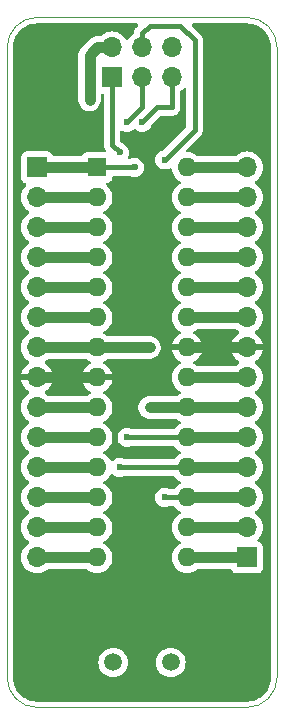
<source format=gbr>
%TF.GenerationSoftware,KiCad,Pcbnew,8.0.2*%
%TF.CreationDate,2024-05-09T17:00:38-05:00*%
%TF.ProjectId,atmega328-proto,61746d65-6761-4333-9238-2d70726f746f,A*%
%TF.SameCoordinates,Original*%
%TF.FileFunction,Copper,L2,Bot*%
%TF.FilePolarity,Positive*%
%FSLAX46Y46*%
G04 Gerber Fmt 4.6, Leading zero omitted, Abs format (unit mm)*
G04 Created by KiCad (PCBNEW 8.0.2) date 2024-05-09 17:00:38*
%MOMM*%
%LPD*%
G01*
G04 APERTURE LIST*
%TA.AperFunction,ComponentPad*%
%ADD10R,1.600000X1.600000*%
%TD*%
%TA.AperFunction,ComponentPad*%
%ADD11O,1.600000X1.600000*%
%TD*%
%TA.AperFunction,ComponentPad*%
%ADD12R,1.700000X1.700000*%
%TD*%
%TA.AperFunction,ComponentPad*%
%ADD13O,1.700000X1.700000*%
%TD*%
%TA.AperFunction,ComponentPad*%
%ADD14C,1.500000*%
%TD*%
%TA.AperFunction,ViaPad*%
%ADD15C,0.600000*%
%TD*%
%TA.AperFunction,Conductor*%
%ADD16C,0.889000*%
%TD*%
%TA.AperFunction,Conductor*%
%ADD17C,0.381000*%
%TD*%
%TA.AperFunction,Profile*%
%ADD18C,0.050000*%
%TD*%
G04 APERTURE END LIST*
D10*
%TO.P,U1,1,~{RESET}/PC6*%
%TO.N,RESET*%
X104140000Y-63500000D03*
D11*
%TO.P,U1,2,PD0*%
%TO.N,2*%
X104140000Y-66040000D03*
%TO.P,U1,3,PD1*%
%TO.N,3*%
X104140000Y-68580000D03*
%TO.P,U1,4,PD2*%
%TO.N,4*%
X104140000Y-71120000D03*
%TO.P,U1,5,PD3*%
%TO.N,5*%
X104140000Y-73660000D03*
%TO.P,U1,6,PD4*%
%TO.N,6*%
X104140000Y-76200000D03*
%TO.P,U1,7,VCC*%
%TO.N,VCC*%
X104140000Y-78740000D03*
%TO.P,U1,8,GND*%
%TO.N,GND*%
X104140000Y-81280000D03*
%TO.P,U1,9,XTAL1/PB6*%
%TO.N,9*%
X104140000Y-83820000D03*
%TO.P,U1,10,XTAL2/PB7*%
%TO.N,10*%
X104140000Y-86360000D03*
%TO.P,U1,11,PD5*%
%TO.N,11*%
X104140000Y-88900000D03*
%TO.P,U1,12,PD6*%
%TO.N,12*%
X104140000Y-91440000D03*
%TO.P,U1,13,PD7*%
%TO.N,13*%
X104140000Y-93980000D03*
%TO.P,U1,14,PB0*%
%TO.N,14*%
X104140000Y-96520000D03*
%TO.P,U1,15,PB1*%
%TO.N,15*%
X111760000Y-96520000D03*
%TO.P,U1,16,PB2*%
%TO.N,16*%
X111760000Y-93980000D03*
%TO.P,U1,17,PB3*%
%TO.N,MOSI*%
X111760000Y-91440000D03*
%TO.P,U1,18,PB4*%
%TO.N,MISO*%
X111760000Y-88900000D03*
%TO.P,U1,19,PB5*%
%TO.N,SCK*%
X111760000Y-86360000D03*
%TO.P,U1,20,AVCC*%
%TO.N,VCC*%
X111760000Y-83820000D03*
%TO.P,U1,21,AREF*%
%TO.N,21*%
X111760000Y-81280000D03*
%TO.P,U1,22,GND*%
%TO.N,GND*%
X111760000Y-78740000D03*
%TO.P,U1,23,PC0*%
%TO.N,23*%
X111760000Y-76200000D03*
%TO.P,U1,24,PC1*%
%TO.N,24*%
X111760000Y-73660000D03*
%TO.P,U1,25,PC2*%
%TO.N,25*%
X111760000Y-71120000D03*
%TO.P,U1,26,PC3*%
%TO.N,26*%
X111760000Y-68580000D03*
%TO.P,U1,27,PC4*%
%TO.N,27*%
X111760000Y-66040000D03*
%TO.P,U1,28,PC5*%
%TO.N,28*%
X111760000Y-63500000D03*
%TD*%
D12*
%TO.P,J1,1,Pin_1*%
%TO.N,RESET*%
X99060000Y-63500000D03*
D13*
%TO.P,J1,2,Pin_2*%
%TO.N,2*%
X99060000Y-66040000D03*
%TO.P,J1,3,Pin_3*%
%TO.N,3*%
X99060000Y-68580000D03*
%TO.P,J1,4,Pin_4*%
%TO.N,4*%
X99060000Y-71120000D03*
%TO.P,J1,5,Pin_5*%
%TO.N,5*%
X99060000Y-73660000D03*
%TO.P,J1,6,Pin_6*%
%TO.N,6*%
X99060000Y-76200000D03*
%TO.P,J1,7,Pin_7*%
%TO.N,VCC*%
X99060000Y-78740000D03*
%TO.P,J1,8,Pin_8*%
%TO.N,GND*%
X99060000Y-81280000D03*
%TO.P,J1,9,Pin_9*%
%TO.N,9*%
X99060000Y-83820000D03*
%TO.P,J1,10,Pin_10*%
%TO.N,10*%
X99060000Y-86360000D03*
%TO.P,J1,11,Pin_11*%
%TO.N,11*%
X99060000Y-88900000D03*
%TO.P,J1,12,Pin_12*%
%TO.N,12*%
X99060000Y-91440000D03*
%TO.P,J1,13,Pin_13*%
%TO.N,13*%
X99060000Y-93980000D03*
%TO.P,J1,14,Pin_14*%
%TO.N,14*%
X99060000Y-96520000D03*
%TD*%
D12*
%TO.P,J4,1,MISO*%
%TO.N,MISO*%
X105410000Y-55880000D03*
D13*
%TO.P,J4,2,VCC*%
%TO.N,VCC*%
X105410000Y-53340000D03*
%TO.P,J4,3,SCK*%
%TO.N,SCK*%
X107950000Y-55880000D03*
%TO.P,J4,4,MOSI*%
%TO.N,MOSI*%
X107950000Y-53340000D03*
%TO.P,J4,5,~{RST}*%
%TO.N,RESET*%
X110490000Y-55880000D03*
%TO.P,J4,6,GND*%
%TO.N,GND*%
X110490000Y-53340000D03*
%TD*%
D12*
%TO.P,J2,1,Pin_1*%
%TO.N,15*%
X116840000Y-96520000D03*
D13*
%TO.P,J2,2,Pin_2*%
%TO.N,16*%
X116840000Y-93980000D03*
%TO.P,J2,3,Pin_3*%
%TO.N,MOSI*%
X116840000Y-91440000D03*
%TO.P,J2,4,Pin_4*%
%TO.N,MISO*%
X116840000Y-88900000D03*
%TO.P,J2,5,Pin_5*%
%TO.N,SCK*%
X116840000Y-86360000D03*
%TO.P,J2,6,Pin_6*%
%TO.N,VCC*%
X116840000Y-83820000D03*
%TO.P,J2,7,Pin_7*%
%TO.N,21*%
X116840000Y-81280000D03*
%TO.P,J2,8,Pin_8*%
%TO.N,GND*%
X116840000Y-78740000D03*
%TO.P,J2,9,Pin_9*%
%TO.N,23*%
X116840000Y-76200000D03*
%TO.P,J2,10,Pin_10*%
%TO.N,24*%
X116840000Y-73660000D03*
%TO.P,J2,11,Pin_11*%
%TO.N,25*%
X116840000Y-71120000D03*
%TO.P,J2,12,Pin_12*%
%TO.N,26*%
X116840000Y-68580000D03*
%TO.P,J2,13,Pin_13*%
%TO.N,27*%
X116840000Y-66040000D03*
%TO.P,J2,14,Pin_14*%
%TO.N,28*%
X116840000Y-63500000D03*
%TD*%
D14*
%TO.P,Y1,1,1*%
%TO.N,10*%
X105500000Y-105410000D03*
%TO.P,Y1,2,2*%
%TO.N,9*%
X110380000Y-105410000D03*
%TD*%
D15*
%TO.N,VCC*%
X103505000Y-57785000D03*
X108585000Y-83820000D03*
X108585000Y-78740000D03*
%TO.N,MISO*%
X106045000Y-88900000D03*
X106045000Y-62230000D03*
%TO.N,RESET*%
X107950000Y-59690000D03*
X107315000Y-63500000D03*
%TO.N,MOSI*%
X109855000Y-91440000D03*
X109855000Y-62865000D03*
%TO.N,SCK*%
X106680000Y-59690000D03*
X106680000Y-86360000D03*
%TO.N,10*%
X100965000Y-86360000D03*
%TO.N,9*%
X102235000Y-83820000D03*
%TD*%
D16*
%TO.N,GND*%
X111760000Y-78740000D02*
X116840000Y-78740000D01*
X104140000Y-81280000D02*
X99060000Y-81280000D01*
%TO.N,VCC*%
X111760000Y-83820000D02*
X116840000Y-83820000D01*
X105410000Y-53340000D02*
X104140000Y-53340000D01*
X103505000Y-53975000D02*
X103505000Y-57785000D01*
X104140000Y-53340000D02*
X103505000Y-53975000D01*
X104140000Y-78740000D02*
X99060000Y-78740000D01*
X104140000Y-78740000D02*
X108585000Y-78740000D01*
X108585000Y-83820000D02*
X111760000Y-83820000D01*
D17*
%TO.N,MISO*%
X105410000Y-55880000D02*
X105410000Y-61595000D01*
X105410000Y-61595000D02*
X106045000Y-62230000D01*
D16*
X111760000Y-88900000D02*
X116840000Y-88900000D01*
D17*
X106045000Y-88900000D02*
X111760000Y-88900000D01*
%TO.N,RESET*%
X110490000Y-57150000D02*
X110490000Y-58420000D01*
X110490000Y-58420000D02*
X109220000Y-58420000D01*
X107315000Y-63500000D02*
X104140000Y-63500000D01*
X110490000Y-55880000D02*
X110490000Y-57150000D01*
D16*
X104140000Y-63500000D02*
X99060000Y-63500000D01*
D17*
X109220000Y-58420000D02*
X107950000Y-59690000D01*
%TO.N,MOSI*%
X108585000Y-51490500D02*
X111180500Y-51490500D01*
X112395000Y-60325000D02*
X111125000Y-61595000D01*
D16*
X111760000Y-91440000D02*
X116840000Y-91440000D01*
D17*
X109855000Y-91440000D02*
X111760000Y-91440000D01*
X107950000Y-52125500D02*
X108585000Y-51490500D01*
X112395000Y-52705000D02*
X112395000Y-60325000D01*
X107950000Y-53340000D02*
X107950000Y-52125500D01*
X111180500Y-51490500D02*
X112395000Y-52705000D01*
X111125000Y-61595000D02*
X109855000Y-62865000D01*
D16*
%TO.N,SCK*%
X111760000Y-86360000D02*
X116840000Y-86360000D01*
D17*
X107950000Y-58420000D02*
X106680000Y-59690000D01*
X107950000Y-55880000D02*
X107950000Y-58420000D01*
X106680000Y-86360000D02*
X111760000Y-86360000D01*
D16*
%TO.N,10*%
X104140000Y-86360000D02*
X99060000Y-86360000D01*
%TO.N,9*%
X104140000Y-83820000D02*
X99060000Y-83820000D01*
%TO.N,3*%
X104140000Y-68580000D02*
X99060000Y-68580000D01*
%TO.N,2*%
X104140000Y-66040000D02*
X99060000Y-66040000D01*
%TO.N,11*%
X104140000Y-88900000D02*
X99060000Y-88900000D01*
%TO.N,5*%
X104140000Y-73660000D02*
X99060000Y-73660000D01*
%TO.N,12*%
X104140000Y-91440000D02*
X99060000Y-91440000D01*
%TO.N,6*%
X104140000Y-76200000D02*
X99060000Y-76200000D01*
%TO.N,13*%
X104140000Y-93980000D02*
X99060000Y-93980000D01*
%TO.N,14*%
X104140000Y-96520000D02*
X99060000Y-96520000D01*
%TO.N,4*%
X104140000Y-71120000D02*
X99060000Y-71120000D01*
%TO.N,23*%
X111760000Y-76200000D02*
X116840000Y-76200000D01*
%TO.N,15*%
X111760000Y-96520000D02*
X116840000Y-96520000D01*
%TO.N,27*%
X111760000Y-66040000D02*
X116840000Y-66040000D01*
%TO.N,28*%
X111760000Y-63500000D02*
X116840000Y-63500000D01*
%TO.N,24*%
X111760000Y-73660000D02*
X116840000Y-73660000D01*
%TO.N,26*%
X111760000Y-68580000D02*
X116840000Y-68580000D01*
%TO.N,21*%
X111760000Y-81280000D02*
X116840000Y-81280000D01*
%TO.N,25*%
X111760000Y-71120000D02*
X116840000Y-71120000D01*
%TO.N,16*%
X111760000Y-93980000D02*
X116840000Y-93980000D01*
%TD*%
%TA.AperFunction,Conductor*%
%TO.N,GND*%
G36*
X107565455Y-51320185D02*
G01*
X107611210Y-51372989D01*
X107621154Y-51442147D01*
X107592129Y-51505703D01*
X107586097Y-51512181D01*
X107413269Y-51685007D01*
X107413266Y-51685010D01*
X107388580Y-51721955D01*
X107388581Y-51721956D01*
X107337641Y-51798192D01*
X107285556Y-51923938D01*
X107285553Y-51923948D01*
X107259000Y-52057439D01*
X107259000Y-52110636D01*
X107239315Y-52177675D01*
X107206124Y-52212211D01*
X107078599Y-52301505D01*
X107078597Y-52301506D01*
X106911505Y-52468597D01*
X106781575Y-52654158D01*
X106726998Y-52697783D01*
X106657500Y-52704977D01*
X106595145Y-52673454D01*
X106578425Y-52654158D01*
X106448494Y-52468597D01*
X106281402Y-52301506D01*
X106281395Y-52301501D01*
X106087834Y-52165967D01*
X106087830Y-52165965D01*
X106087828Y-52165964D01*
X105873663Y-52066097D01*
X105873659Y-52066096D01*
X105873655Y-52066094D01*
X105645413Y-52004938D01*
X105645403Y-52004936D01*
X105410001Y-51984341D01*
X105409999Y-51984341D01*
X105174596Y-52004936D01*
X105174586Y-52004938D01*
X104946344Y-52066094D01*
X104946335Y-52066098D01*
X104732171Y-52165964D01*
X104732169Y-52165965D01*
X104538600Y-52301503D01*
X104519854Y-52320250D01*
X104481421Y-52358682D01*
X104420101Y-52392166D01*
X104393742Y-52395000D01*
X104046923Y-52395000D01*
X103864361Y-52431314D01*
X103864353Y-52431316D01*
X103692377Y-52502550D01*
X103692368Y-52502555D01*
X103537598Y-52605970D01*
X103537594Y-52605973D01*
X102770975Y-53372591D01*
X102770972Y-53372594D01*
X102747277Y-53408058D01*
X102667555Y-53527368D01*
X102667550Y-53527377D01*
X102596316Y-53699353D01*
X102596314Y-53699361D01*
X102560000Y-53881921D01*
X102560000Y-57878078D01*
X102596314Y-58060638D01*
X102596316Y-58060646D01*
X102667550Y-58232622D01*
X102667555Y-58232631D01*
X102770970Y-58387401D01*
X102770973Y-58387405D01*
X102902594Y-58519026D01*
X102902598Y-58519029D01*
X103057368Y-58622444D01*
X103057374Y-58622447D01*
X103057375Y-58622448D01*
X103229354Y-58693684D01*
X103411921Y-58729999D01*
X103411924Y-58730000D01*
X103411926Y-58730000D01*
X103598076Y-58730000D01*
X103598077Y-58729999D01*
X103780646Y-58693684D01*
X103952625Y-58622448D01*
X104107402Y-58519029D01*
X104239029Y-58387402D01*
X104342448Y-58232625D01*
X104413684Y-58060646D01*
X104450000Y-57878074D01*
X104450000Y-57354499D01*
X104469685Y-57287460D01*
X104522489Y-57241705D01*
X104573996Y-57230499D01*
X104595002Y-57230499D01*
X104662039Y-57250184D01*
X104707794Y-57302988D01*
X104719000Y-57354499D01*
X104719000Y-61526943D01*
X104719000Y-61663057D01*
X104719000Y-61663059D01*
X104718999Y-61663059D01*
X104745553Y-61796551D01*
X104745556Y-61796561D01*
X104780315Y-61880476D01*
X104797644Y-61922311D01*
X104840064Y-61985798D01*
X104853970Y-62006610D01*
X104874847Y-62073288D01*
X104856362Y-62140668D01*
X104804383Y-62187357D01*
X104750867Y-62199500D01*
X103292129Y-62199500D01*
X103292123Y-62199501D01*
X103232516Y-62205908D01*
X103097671Y-62256202D01*
X103097664Y-62256206D01*
X102982455Y-62342452D01*
X102982452Y-62342455D01*
X102896206Y-62457664D01*
X102896200Y-62457675D01*
X102889987Y-62474334D01*
X102848116Y-62530268D01*
X102782651Y-62554684D01*
X102773806Y-62555000D01*
X100494842Y-62555000D01*
X100427803Y-62535315D01*
X100382048Y-62482511D01*
X100378660Y-62474332D01*
X100353798Y-62407673D01*
X100353793Y-62407664D01*
X100267547Y-62292455D01*
X100267544Y-62292452D01*
X100152335Y-62206206D01*
X100152328Y-62206202D01*
X100017482Y-62155908D01*
X100017483Y-62155908D01*
X99957883Y-62149501D01*
X99957881Y-62149500D01*
X99957873Y-62149500D01*
X99957864Y-62149500D01*
X98162129Y-62149500D01*
X98162123Y-62149501D01*
X98102516Y-62155908D01*
X97967671Y-62206202D01*
X97967664Y-62206206D01*
X97852455Y-62292452D01*
X97852452Y-62292455D01*
X97766206Y-62407664D01*
X97766202Y-62407671D01*
X97715908Y-62542517D01*
X97709501Y-62602116D01*
X97709500Y-62602135D01*
X97709500Y-64397870D01*
X97709501Y-64397876D01*
X97715908Y-64457483D01*
X97766202Y-64592328D01*
X97766206Y-64592335D01*
X97852452Y-64707544D01*
X97852455Y-64707547D01*
X97967664Y-64793793D01*
X97967671Y-64793797D01*
X98099081Y-64842810D01*
X98155015Y-64884681D01*
X98179432Y-64950145D01*
X98164580Y-65018418D01*
X98143430Y-65046673D01*
X98021503Y-65168600D01*
X97885965Y-65362169D01*
X97885964Y-65362171D01*
X97786098Y-65576335D01*
X97786094Y-65576344D01*
X97724938Y-65804586D01*
X97724936Y-65804596D01*
X97704341Y-66039999D01*
X97704341Y-66040000D01*
X97724936Y-66275403D01*
X97724938Y-66275413D01*
X97786094Y-66503655D01*
X97786096Y-66503659D01*
X97786097Y-66503663D01*
X97874262Y-66692732D01*
X97885965Y-66717830D01*
X97885967Y-66717834D01*
X98021501Y-66911395D01*
X98021506Y-66911402D01*
X98188597Y-67078493D01*
X98188603Y-67078498D01*
X98374158Y-67208425D01*
X98417783Y-67263002D01*
X98424977Y-67332500D01*
X98393454Y-67394855D01*
X98374158Y-67411575D01*
X98188597Y-67541505D01*
X98021505Y-67708597D01*
X97885965Y-67902169D01*
X97885964Y-67902171D01*
X97786098Y-68116335D01*
X97786094Y-68116344D01*
X97724938Y-68344586D01*
X97724936Y-68344596D01*
X97704341Y-68579999D01*
X97704341Y-68580000D01*
X97724936Y-68815403D01*
X97724938Y-68815413D01*
X97786094Y-69043655D01*
X97786096Y-69043659D01*
X97786097Y-69043663D01*
X97874262Y-69232732D01*
X97885965Y-69257830D01*
X97885967Y-69257834D01*
X98021501Y-69451395D01*
X98021506Y-69451402D01*
X98188597Y-69618493D01*
X98188603Y-69618498D01*
X98374158Y-69748425D01*
X98417783Y-69803002D01*
X98424977Y-69872500D01*
X98393454Y-69934855D01*
X98374158Y-69951575D01*
X98188597Y-70081505D01*
X98021505Y-70248597D01*
X97885965Y-70442169D01*
X97885964Y-70442171D01*
X97786098Y-70656335D01*
X97786094Y-70656344D01*
X97724938Y-70884586D01*
X97724936Y-70884596D01*
X97704341Y-71119999D01*
X97704341Y-71120000D01*
X97724936Y-71355403D01*
X97724938Y-71355413D01*
X97786094Y-71583655D01*
X97786096Y-71583659D01*
X97786097Y-71583663D01*
X97874262Y-71772732D01*
X97885965Y-71797830D01*
X97885967Y-71797834D01*
X98021501Y-71991395D01*
X98021506Y-71991402D01*
X98188597Y-72158493D01*
X98188603Y-72158498D01*
X98374158Y-72288425D01*
X98417783Y-72343002D01*
X98424977Y-72412500D01*
X98393454Y-72474855D01*
X98374158Y-72491575D01*
X98188597Y-72621505D01*
X98021505Y-72788597D01*
X97885965Y-72982169D01*
X97885964Y-72982171D01*
X97786098Y-73196335D01*
X97786094Y-73196344D01*
X97724938Y-73424586D01*
X97724936Y-73424596D01*
X97704341Y-73659999D01*
X97704341Y-73660000D01*
X97724936Y-73895403D01*
X97724938Y-73895413D01*
X97786094Y-74123655D01*
X97786096Y-74123659D01*
X97786097Y-74123663D01*
X97874262Y-74312732D01*
X97885965Y-74337830D01*
X97885967Y-74337834D01*
X98021501Y-74531395D01*
X98021506Y-74531402D01*
X98188597Y-74698493D01*
X98188603Y-74698498D01*
X98374158Y-74828425D01*
X98417783Y-74883002D01*
X98424977Y-74952500D01*
X98393454Y-75014855D01*
X98374158Y-75031575D01*
X98188597Y-75161505D01*
X98021505Y-75328597D01*
X97885965Y-75522169D01*
X97885964Y-75522171D01*
X97786098Y-75736335D01*
X97786094Y-75736344D01*
X97724938Y-75964586D01*
X97724936Y-75964596D01*
X97704341Y-76199999D01*
X97704341Y-76200000D01*
X97724936Y-76435403D01*
X97724938Y-76435413D01*
X97786094Y-76663655D01*
X97786096Y-76663659D01*
X97786097Y-76663663D01*
X97874262Y-76852732D01*
X97885965Y-76877830D01*
X97885967Y-76877834D01*
X98021501Y-77071395D01*
X98021506Y-77071402D01*
X98188597Y-77238493D01*
X98188603Y-77238498D01*
X98374158Y-77368425D01*
X98417783Y-77423002D01*
X98424977Y-77492500D01*
X98393454Y-77554855D01*
X98374158Y-77571575D01*
X98188597Y-77701505D01*
X98021505Y-77868597D01*
X97885965Y-78062169D01*
X97885964Y-78062171D01*
X97786098Y-78276335D01*
X97786094Y-78276344D01*
X97724938Y-78504586D01*
X97724936Y-78504596D01*
X97704341Y-78739999D01*
X97704341Y-78740000D01*
X97724936Y-78975403D01*
X97724938Y-78975413D01*
X97786094Y-79203655D01*
X97786096Y-79203659D01*
X97786097Y-79203663D01*
X97850792Y-79342401D01*
X97885965Y-79417830D01*
X97885967Y-79417834D01*
X97994281Y-79572521D01*
X98021505Y-79611401D01*
X98188599Y-79778495D01*
X98359115Y-79897892D01*
X98374594Y-79908730D01*
X98418219Y-79963307D01*
X98425413Y-80032805D01*
X98393890Y-80095160D01*
X98374595Y-80111880D01*
X98188922Y-80241890D01*
X98188920Y-80241891D01*
X98021891Y-80408920D01*
X98021886Y-80408926D01*
X97886400Y-80602420D01*
X97886399Y-80602422D01*
X97786570Y-80816507D01*
X97786567Y-80816513D01*
X97729364Y-81029999D01*
X97729364Y-81030000D01*
X98626988Y-81030000D01*
X98594075Y-81087007D01*
X98560000Y-81214174D01*
X98560000Y-81345826D01*
X98594075Y-81472993D01*
X98626988Y-81530000D01*
X97729364Y-81530000D01*
X97786567Y-81743486D01*
X97786570Y-81743492D01*
X97886399Y-81957578D01*
X98021894Y-82151082D01*
X98188917Y-82318105D01*
X98374595Y-82448119D01*
X98418219Y-82502696D01*
X98425412Y-82572195D01*
X98393890Y-82634549D01*
X98374595Y-82651269D01*
X98188594Y-82781508D01*
X98021505Y-82948597D01*
X97885965Y-83142169D01*
X97885964Y-83142171D01*
X97786098Y-83356335D01*
X97786094Y-83356344D01*
X97724938Y-83584586D01*
X97724936Y-83584596D01*
X97704341Y-83819999D01*
X97704341Y-83820000D01*
X97724936Y-84055403D01*
X97724938Y-84055413D01*
X97786094Y-84283655D01*
X97786096Y-84283659D01*
X97786097Y-84283663D01*
X97850792Y-84422401D01*
X97885965Y-84497830D01*
X97885967Y-84497834D01*
X98021501Y-84691395D01*
X98021506Y-84691402D01*
X98188597Y-84858493D01*
X98188603Y-84858498D01*
X98374158Y-84988425D01*
X98417783Y-85043002D01*
X98424977Y-85112500D01*
X98393454Y-85174855D01*
X98374158Y-85191575D01*
X98188597Y-85321505D01*
X98021505Y-85488597D01*
X97885965Y-85682169D01*
X97885964Y-85682171D01*
X97786098Y-85896335D01*
X97786094Y-85896344D01*
X97724938Y-86124586D01*
X97724936Y-86124596D01*
X97704341Y-86359999D01*
X97704341Y-86360000D01*
X97724936Y-86595403D01*
X97724938Y-86595413D01*
X97786094Y-86823655D01*
X97786096Y-86823659D01*
X97786097Y-86823663D01*
X97804096Y-86862262D01*
X97885965Y-87037830D01*
X97885967Y-87037834D01*
X98021501Y-87231395D01*
X98021506Y-87231402D01*
X98188597Y-87398493D01*
X98188603Y-87398498D01*
X98374158Y-87528425D01*
X98417783Y-87583002D01*
X98424977Y-87652500D01*
X98393454Y-87714855D01*
X98374158Y-87731575D01*
X98188597Y-87861505D01*
X98021505Y-88028597D01*
X97885965Y-88222169D01*
X97885964Y-88222171D01*
X97786098Y-88436335D01*
X97786094Y-88436344D01*
X97724938Y-88664586D01*
X97724936Y-88664596D01*
X97704341Y-88899999D01*
X97704341Y-88900000D01*
X97724936Y-89135403D01*
X97724938Y-89135413D01*
X97786094Y-89363655D01*
X97786096Y-89363659D01*
X97786097Y-89363663D01*
X97855262Y-89511988D01*
X97885965Y-89577830D01*
X97885967Y-89577834D01*
X98021501Y-89771395D01*
X98021506Y-89771402D01*
X98188597Y-89938493D01*
X98188603Y-89938498D01*
X98374158Y-90068425D01*
X98417783Y-90123002D01*
X98424977Y-90192500D01*
X98393454Y-90254855D01*
X98374158Y-90271575D01*
X98188597Y-90401505D01*
X98021505Y-90568597D01*
X97885965Y-90762169D01*
X97885964Y-90762171D01*
X97786098Y-90976335D01*
X97786094Y-90976344D01*
X97724938Y-91204586D01*
X97724936Y-91204596D01*
X97704341Y-91439999D01*
X97704341Y-91440000D01*
X97724936Y-91675403D01*
X97724938Y-91675413D01*
X97786094Y-91903655D01*
X97786096Y-91903659D01*
X97786097Y-91903663D01*
X97804096Y-91942262D01*
X97885965Y-92117830D01*
X97885967Y-92117834D01*
X98021501Y-92311395D01*
X98021506Y-92311402D01*
X98188597Y-92478493D01*
X98188603Y-92478498D01*
X98374158Y-92608425D01*
X98417783Y-92663002D01*
X98424977Y-92732500D01*
X98393454Y-92794855D01*
X98374158Y-92811575D01*
X98188597Y-92941505D01*
X98021505Y-93108597D01*
X97885965Y-93302169D01*
X97885964Y-93302171D01*
X97786098Y-93516335D01*
X97786094Y-93516344D01*
X97724938Y-93744586D01*
X97724936Y-93744596D01*
X97704341Y-93979999D01*
X97704341Y-93980000D01*
X97724936Y-94215403D01*
X97724938Y-94215413D01*
X97786094Y-94443655D01*
X97786096Y-94443659D01*
X97786097Y-94443663D01*
X97874262Y-94632732D01*
X97885965Y-94657830D01*
X97885967Y-94657834D01*
X97994281Y-94812521D01*
X98021501Y-94851396D01*
X98021506Y-94851402D01*
X98188597Y-95018493D01*
X98188603Y-95018498D01*
X98374158Y-95148425D01*
X98417783Y-95203002D01*
X98424977Y-95272500D01*
X98393454Y-95334855D01*
X98374158Y-95351575D01*
X98188597Y-95481505D01*
X98021505Y-95648597D01*
X97885965Y-95842169D01*
X97885964Y-95842171D01*
X97786098Y-96056335D01*
X97786094Y-96056344D01*
X97724938Y-96284586D01*
X97724936Y-96284596D01*
X97704341Y-96519999D01*
X97704341Y-96520000D01*
X97724936Y-96755403D01*
X97724938Y-96755413D01*
X97786094Y-96983655D01*
X97786096Y-96983659D01*
X97786097Y-96983663D01*
X97874262Y-97172732D01*
X97885965Y-97197830D01*
X97885967Y-97197834D01*
X97994281Y-97352521D01*
X98021505Y-97391401D01*
X98188599Y-97558495D01*
X98285384Y-97626265D01*
X98382165Y-97694032D01*
X98382167Y-97694033D01*
X98382170Y-97694035D01*
X98596337Y-97793903D01*
X98824592Y-97855063D01*
X99001034Y-97870500D01*
X99059999Y-97875659D01*
X99060000Y-97875659D01*
X99060001Y-97875659D01*
X99118966Y-97870500D01*
X99295408Y-97855063D01*
X99523663Y-97793903D01*
X99737830Y-97694035D01*
X99931401Y-97558495D01*
X99988577Y-97501319D01*
X100049900Y-97467834D01*
X100076258Y-97465000D01*
X103194451Y-97465000D01*
X103261490Y-97484685D01*
X103282132Y-97501319D01*
X103300858Y-97520045D01*
X103300861Y-97520047D01*
X103487266Y-97650568D01*
X103693504Y-97746739D01*
X103913308Y-97805635D01*
X104075230Y-97819801D01*
X104139998Y-97825468D01*
X104140000Y-97825468D01*
X104140002Y-97825468D01*
X104196673Y-97820509D01*
X104366692Y-97805635D01*
X104586496Y-97746739D01*
X104792734Y-97650568D01*
X104979139Y-97520047D01*
X105140047Y-97359139D01*
X105270568Y-97172734D01*
X105366739Y-96966496D01*
X105425635Y-96746692D01*
X105445468Y-96520000D01*
X105425635Y-96293308D01*
X105366739Y-96073504D01*
X105270568Y-95867266D01*
X105140047Y-95680861D01*
X105140045Y-95680858D01*
X104979141Y-95519954D01*
X104792734Y-95389432D01*
X104792728Y-95389429D01*
X104734725Y-95362382D01*
X104682285Y-95316210D01*
X104663133Y-95249017D01*
X104683348Y-95182135D01*
X104734725Y-95137618D01*
X104792734Y-95110568D01*
X104979139Y-94980047D01*
X105140047Y-94819139D01*
X105270568Y-94632734D01*
X105366739Y-94426496D01*
X105425635Y-94206692D01*
X105445468Y-93980000D01*
X105425635Y-93753308D01*
X105366739Y-93533504D01*
X105270568Y-93327266D01*
X105140047Y-93140861D01*
X105140045Y-93140858D01*
X104979141Y-92979954D01*
X104792734Y-92849432D01*
X104792728Y-92849429D01*
X104734725Y-92822382D01*
X104682285Y-92776210D01*
X104663133Y-92709017D01*
X104683348Y-92642135D01*
X104734725Y-92597618D01*
X104792734Y-92570568D01*
X104979139Y-92440047D01*
X105140047Y-92279139D01*
X105270568Y-92092734D01*
X105366739Y-91886496D01*
X105425635Y-91666692D01*
X105445468Y-91440000D01*
X105425635Y-91213308D01*
X105366739Y-90993504D01*
X105270568Y-90787266D01*
X105140047Y-90600861D01*
X105140045Y-90600858D01*
X104979141Y-90439954D01*
X104792734Y-90309432D01*
X104792728Y-90309429D01*
X104734725Y-90282382D01*
X104682285Y-90236210D01*
X104663133Y-90169017D01*
X104683348Y-90102135D01*
X104734725Y-90057618D01*
X104792734Y-90030568D01*
X104979139Y-89900047D01*
X105140047Y-89739139D01*
X105270568Y-89552734D01*
X105289569Y-89511984D01*
X105335738Y-89459548D01*
X105402931Y-89440394D01*
X105469813Y-89460608D01*
X105489631Y-89476709D01*
X105542738Y-89529816D01*
X105579212Y-89552734D01*
X105670359Y-89610006D01*
X105695478Y-89625789D01*
X105747171Y-89643877D01*
X105865745Y-89685368D01*
X105865750Y-89685369D01*
X106044996Y-89705565D01*
X106045000Y-89705565D01*
X106045004Y-89705565D01*
X106224249Y-89685369D01*
X106224252Y-89685368D01*
X106224255Y-89685368D01*
X106394522Y-89625789D01*
X106418560Y-89610685D01*
X106419641Y-89610006D01*
X106485613Y-89591000D01*
X110591675Y-89591000D01*
X110658714Y-89610685D01*
X110693250Y-89643877D01*
X110759954Y-89739141D01*
X110920858Y-89900045D01*
X110920861Y-89900047D01*
X111107266Y-90030568D01*
X111165275Y-90057618D01*
X111217714Y-90103791D01*
X111236866Y-90170984D01*
X111216650Y-90237865D01*
X111165275Y-90282382D01*
X111107267Y-90309431D01*
X111107265Y-90309432D01*
X110920858Y-90439954D01*
X110759954Y-90600858D01*
X110693250Y-90696123D01*
X110638673Y-90739748D01*
X110591675Y-90749000D01*
X110295613Y-90749000D01*
X110229641Y-90729994D01*
X110204523Y-90714211D01*
X110034254Y-90654631D01*
X110034249Y-90654630D01*
X109855004Y-90634435D01*
X109854996Y-90634435D01*
X109675750Y-90654630D01*
X109675745Y-90654631D01*
X109505476Y-90714211D01*
X109352737Y-90810184D01*
X109225184Y-90937737D01*
X109129211Y-91090476D01*
X109069631Y-91260745D01*
X109069630Y-91260750D01*
X109049435Y-91439996D01*
X109049435Y-91440003D01*
X109069630Y-91619249D01*
X109069631Y-91619254D01*
X109129211Y-91789523D01*
X109200931Y-91903664D01*
X109225184Y-91942262D01*
X109352738Y-92069816D01*
X109389209Y-92092732D01*
X109480359Y-92150006D01*
X109505478Y-92165789D01*
X109557171Y-92183877D01*
X109675745Y-92225368D01*
X109675750Y-92225369D01*
X109854996Y-92245565D01*
X109855000Y-92245565D01*
X109855004Y-92245565D01*
X110034249Y-92225369D01*
X110034252Y-92225368D01*
X110034255Y-92225368D01*
X110204522Y-92165789D01*
X110228560Y-92150685D01*
X110229641Y-92150006D01*
X110295613Y-92131000D01*
X110591675Y-92131000D01*
X110658714Y-92150685D01*
X110693250Y-92183877D01*
X110759954Y-92279141D01*
X110920858Y-92440045D01*
X110920861Y-92440047D01*
X111107266Y-92570568D01*
X111165275Y-92597618D01*
X111217714Y-92643791D01*
X111236866Y-92710984D01*
X111216650Y-92777865D01*
X111165275Y-92822382D01*
X111107267Y-92849431D01*
X111107265Y-92849432D01*
X110920858Y-92979954D01*
X110759954Y-93140858D01*
X110629432Y-93327265D01*
X110629431Y-93327267D01*
X110533261Y-93533502D01*
X110533258Y-93533511D01*
X110474366Y-93753302D01*
X110474364Y-93753313D01*
X110454532Y-93979998D01*
X110454532Y-93980001D01*
X110474364Y-94206686D01*
X110474366Y-94206697D01*
X110533258Y-94426488D01*
X110533261Y-94426497D01*
X110629431Y-94632732D01*
X110629432Y-94632734D01*
X110759954Y-94819141D01*
X110920858Y-94980045D01*
X110920861Y-94980047D01*
X111107266Y-95110568D01*
X111165275Y-95137618D01*
X111217714Y-95183791D01*
X111236866Y-95250984D01*
X111216650Y-95317865D01*
X111165275Y-95362382D01*
X111107267Y-95389431D01*
X111107265Y-95389432D01*
X110920858Y-95519954D01*
X110759954Y-95680858D01*
X110629432Y-95867265D01*
X110629431Y-95867267D01*
X110533261Y-96073502D01*
X110533258Y-96073511D01*
X110474366Y-96293302D01*
X110474364Y-96293313D01*
X110454532Y-96519998D01*
X110454532Y-96520001D01*
X110474364Y-96746686D01*
X110474366Y-96746697D01*
X110533258Y-96966488D01*
X110533261Y-96966497D01*
X110629431Y-97172732D01*
X110629432Y-97172734D01*
X110759954Y-97359141D01*
X110920858Y-97520045D01*
X110920861Y-97520047D01*
X111107266Y-97650568D01*
X111313504Y-97746739D01*
X111533308Y-97805635D01*
X111695230Y-97819801D01*
X111759998Y-97825468D01*
X111760000Y-97825468D01*
X111760002Y-97825468D01*
X111816673Y-97820509D01*
X111986692Y-97805635D01*
X112206496Y-97746739D01*
X112412734Y-97650568D01*
X112599139Y-97520047D01*
X112599141Y-97520045D01*
X112617868Y-97501319D01*
X112679191Y-97467834D01*
X112705549Y-97465000D01*
X115405158Y-97465000D01*
X115472197Y-97484685D01*
X115517952Y-97537489D01*
X115521340Y-97545668D01*
X115546201Y-97612326D01*
X115546206Y-97612335D01*
X115632452Y-97727544D01*
X115632455Y-97727547D01*
X115747664Y-97813793D01*
X115747671Y-97813797D01*
X115882517Y-97864091D01*
X115882516Y-97864091D01*
X115889444Y-97864835D01*
X115942127Y-97870500D01*
X117737872Y-97870499D01*
X117797483Y-97864091D01*
X117932331Y-97813796D01*
X118047546Y-97727546D01*
X118133796Y-97612331D01*
X118184091Y-97477483D01*
X118190500Y-97417873D01*
X118190499Y-95622128D01*
X118184091Y-95562517D01*
X118133797Y-95427673D01*
X118133797Y-95427671D01*
X118133793Y-95427664D01*
X118047547Y-95312455D01*
X118047544Y-95312452D01*
X117932335Y-95226206D01*
X117932328Y-95226202D01*
X117800917Y-95177189D01*
X117744983Y-95135318D01*
X117720566Y-95069853D01*
X117735418Y-95001580D01*
X117756563Y-94973332D01*
X117878495Y-94851401D01*
X118014035Y-94657830D01*
X118113903Y-94443663D01*
X118175063Y-94215408D01*
X118195659Y-93980000D01*
X118175063Y-93744592D01*
X118113903Y-93516337D01*
X118014035Y-93302171D01*
X117878495Y-93108599D01*
X117878494Y-93108597D01*
X117711402Y-92941506D01*
X117711396Y-92941501D01*
X117525842Y-92811575D01*
X117482217Y-92756998D01*
X117475023Y-92687500D01*
X117506546Y-92625145D01*
X117525842Y-92608425D01*
X117579909Y-92570567D01*
X117711401Y-92478495D01*
X117878495Y-92311401D01*
X118014035Y-92117830D01*
X118113903Y-91903663D01*
X118175063Y-91675408D01*
X118195659Y-91440000D01*
X118175063Y-91204592D01*
X118113903Y-90976337D01*
X118014035Y-90762171D01*
X117998335Y-90739748D01*
X117878494Y-90568597D01*
X117711402Y-90401506D01*
X117711396Y-90401501D01*
X117525842Y-90271575D01*
X117482217Y-90216998D01*
X117475023Y-90147500D01*
X117506546Y-90085145D01*
X117525842Y-90068425D01*
X117579909Y-90030567D01*
X117711401Y-89938495D01*
X117878495Y-89771401D01*
X118014035Y-89577830D01*
X118113903Y-89363663D01*
X118175063Y-89135408D01*
X118195659Y-88900000D01*
X118175063Y-88664592D01*
X118113903Y-88436337D01*
X118014035Y-88222171D01*
X117998335Y-88199748D01*
X117878494Y-88028597D01*
X117711402Y-87861506D01*
X117711396Y-87861501D01*
X117525842Y-87731575D01*
X117482217Y-87676998D01*
X117475023Y-87607500D01*
X117506546Y-87545145D01*
X117525842Y-87528425D01*
X117579909Y-87490567D01*
X117711401Y-87398495D01*
X117878495Y-87231401D01*
X118014035Y-87037830D01*
X118113903Y-86823663D01*
X118175063Y-86595408D01*
X118195659Y-86360000D01*
X118175063Y-86124592D01*
X118113903Y-85896337D01*
X118014035Y-85682171D01*
X117998335Y-85659748D01*
X117878494Y-85488597D01*
X117711402Y-85321506D01*
X117711396Y-85321501D01*
X117525842Y-85191575D01*
X117482217Y-85136998D01*
X117475023Y-85067500D01*
X117506546Y-85005145D01*
X117525842Y-84988425D01*
X117579909Y-84950567D01*
X117711401Y-84858495D01*
X117878495Y-84691401D01*
X118014035Y-84497830D01*
X118113903Y-84283663D01*
X118175063Y-84055408D01*
X118195659Y-83820000D01*
X118175063Y-83584592D01*
X118118200Y-83372375D01*
X118113905Y-83356344D01*
X118113904Y-83356343D01*
X118113903Y-83356337D01*
X118014035Y-83142171D01*
X117902272Y-82982555D01*
X117878494Y-82948597D01*
X117711402Y-82781506D01*
X117711396Y-82781501D01*
X117525842Y-82651575D01*
X117482217Y-82596998D01*
X117475023Y-82527500D01*
X117506546Y-82465145D01*
X117525842Y-82448425D01*
X117579909Y-82410567D01*
X117711401Y-82318495D01*
X117878495Y-82151401D01*
X118014035Y-81957830D01*
X118113903Y-81743663D01*
X118175063Y-81515408D01*
X118195659Y-81280000D01*
X118175063Y-81044592D01*
X118113903Y-80816337D01*
X118014035Y-80602171D01*
X117878495Y-80408599D01*
X117878494Y-80408597D01*
X117711402Y-80241506D01*
X117711401Y-80241505D01*
X117540882Y-80122106D01*
X117525405Y-80111269D01*
X117481781Y-80056692D01*
X117474588Y-79987193D01*
X117506110Y-79924839D01*
X117525405Y-79908119D01*
X117711082Y-79778105D01*
X117878105Y-79611082D01*
X118013600Y-79417578D01*
X118113429Y-79203492D01*
X118113432Y-79203486D01*
X118170636Y-78990000D01*
X117273012Y-78990000D01*
X117305925Y-78932993D01*
X117340000Y-78805826D01*
X117340000Y-78674174D01*
X117305925Y-78547007D01*
X117273012Y-78490000D01*
X118170636Y-78490000D01*
X118170635Y-78489999D01*
X118113432Y-78276513D01*
X118113429Y-78276507D01*
X118013600Y-78062422D01*
X118013599Y-78062420D01*
X117878113Y-77868926D01*
X117878108Y-77868920D01*
X117711078Y-77701890D01*
X117525405Y-77571879D01*
X117481780Y-77517302D01*
X117474588Y-77447804D01*
X117506110Y-77385449D01*
X117525406Y-77368730D01*
X117540883Y-77357893D01*
X117711401Y-77238495D01*
X117878495Y-77071401D01*
X118014035Y-76877830D01*
X118113903Y-76663663D01*
X118175063Y-76435408D01*
X118195659Y-76200000D01*
X118175063Y-75964592D01*
X118113903Y-75736337D01*
X118014035Y-75522171D01*
X117878495Y-75328599D01*
X117878494Y-75328597D01*
X117711402Y-75161506D01*
X117711396Y-75161501D01*
X117525842Y-75031575D01*
X117482217Y-74976998D01*
X117475023Y-74907500D01*
X117506546Y-74845145D01*
X117525842Y-74828425D01*
X117579909Y-74790567D01*
X117711401Y-74698495D01*
X117878495Y-74531401D01*
X118014035Y-74337830D01*
X118113903Y-74123663D01*
X118175063Y-73895408D01*
X118195659Y-73660000D01*
X118175063Y-73424592D01*
X118113903Y-73196337D01*
X118014035Y-72982171D01*
X117878495Y-72788599D01*
X117878494Y-72788597D01*
X117711402Y-72621506D01*
X117711396Y-72621501D01*
X117525842Y-72491575D01*
X117482217Y-72436998D01*
X117475023Y-72367500D01*
X117506546Y-72305145D01*
X117525842Y-72288425D01*
X117579909Y-72250567D01*
X117711401Y-72158495D01*
X117878495Y-71991401D01*
X118014035Y-71797830D01*
X118113903Y-71583663D01*
X118175063Y-71355408D01*
X118195659Y-71120000D01*
X118175063Y-70884592D01*
X118113903Y-70656337D01*
X118014035Y-70442171D01*
X117878495Y-70248599D01*
X117878494Y-70248597D01*
X117711402Y-70081506D01*
X117711396Y-70081501D01*
X117525842Y-69951575D01*
X117482217Y-69896998D01*
X117475023Y-69827500D01*
X117506546Y-69765145D01*
X117525842Y-69748425D01*
X117579909Y-69710567D01*
X117711401Y-69618495D01*
X117878495Y-69451401D01*
X118014035Y-69257830D01*
X118113903Y-69043663D01*
X118175063Y-68815408D01*
X118195659Y-68580000D01*
X118175063Y-68344592D01*
X118113903Y-68116337D01*
X118014035Y-67902171D01*
X117878495Y-67708599D01*
X117878494Y-67708597D01*
X117711402Y-67541506D01*
X117711396Y-67541501D01*
X117525842Y-67411575D01*
X117482217Y-67356998D01*
X117475023Y-67287500D01*
X117506546Y-67225145D01*
X117525842Y-67208425D01*
X117579909Y-67170567D01*
X117711401Y-67078495D01*
X117878495Y-66911401D01*
X118014035Y-66717830D01*
X118113903Y-66503663D01*
X118175063Y-66275408D01*
X118195659Y-66040000D01*
X118175063Y-65804592D01*
X118113903Y-65576337D01*
X118014035Y-65362171D01*
X117878495Y-65168599D01*
X117878494Y-65168597D01*
X117711402Y-65001506D01*
X117711396Y-65001501D01*
X117525842Y-64871575D01*
X117482217Y-64816998D01*
X117475023Y-64747500D01*
X117506546Y-64685145D01*
X117525842Y-64668425D01*
X117579909Y-64630567D01*
X117711401Y-64538495D01*
X117878495Y-64371401D01*
X118014035Y-64177830D01*
X118113903Y-63963663D01*
X118175063Y-63735408D01*
X118195659Y-63500000D01*
X118195205Y-63494816D01*
X118175063Y-63264596D01*
X118175063Y-63264592D01*
X118113903Y-63036337D01*
X118014035Y-62822171D01*
X117980454Y-62774211D01*
X117878494Y-62628597D01*
X117711402Y-62461506D01*
X117711395Y-62461501D01*
X117705922Y-62457669D01*
X117672521Y-62434281D01*
X117517834Y-62325967D01*
X117517830Y-62325965D01*
X117517828Y-62325964D01*
X117303663Y-62226097D01*
X117303659Y-62226096D01*
X117303655Y-62226094D01*
X117075413Y-62164938D01*
X117075403Y-62164936D01*
X116840001Y-62144341D01*
X116839999Y-62144341D01*
X116604596Y-62164936D01*
X116604586Y-62164938D01*
X116376344Y-62226094D01*
X116376335Y-62226098D01*
X116162171Y-62325964D01*
X116162169Y-62325965D01*
X115968600Y-62461503D01*
X115947593Y-62482511D01*
X115911421Y-62518682D01*
X115850101Y-62552166D01*
X115823742Y-62555000D01*
X112705549Y-62555000D01*
X112638510Y-62535315D01*
X112617868Y-62518681D01*
X112599141Y-62499954D01*
X112412734Y-62369432D01*
X112412732Y-62369431D01*
X112206497Y-62273261D01*
X112206488Y-62273258D01*
X111986697Y-62214366D01*
X111986687Y-62214364D01*
X111788296Y-62197007D01*
X111723228Y-62171554D01*
X111682249Y-62114963D01*
X111678371Y-62045201D01*
X111711421Y-61985800D01*
X112931735Y-60765487D01*
X113007356Y-60652311D01*
X113059445Y-60526557D01*
X113069627Y-60475368D01*
X113086000Y-60393058D01*
X113086000Y-52636942D01*
X113086000Y-52636939D01*
X113069100Y-52551981D01*
X113059445Y-52503443D01*
X113045013Y-52468599D01*
X113014527Y-52395000D01*
X113007357Y-52377690D01*
X113007352Y-52377681D01*
X112931735Y-52264513D01*
X112931732Y-52264509D01*
X112179403Y-51512181D01*
X112145918Y-51450858D01*
X112150902Y-51381167D01*
X112192774Y-51325233D01*
X112258238Y-51300816D01*
X112267084Y-51300500D01*
X116774108Y-51300500D01*
X116835933Y-51300500D01*
X116844042Y-51300765D01*
X116866774Y-51302254D01*
X117098114Y-51317417D01*
X117114172Y-51319532D01*
X117359888Y-51368408D01*
X117375554Y-51372606D01*
X117526736Y-51423925D01*
X117612788Y-51453136D01*
X117627765Y-51459339D01*
X117845336Y-51566633D01*
X117852460Y-51570146D01*
X117866508Y-51578256D01*
X118074815Y-51717443D01*
X118087679Y-51727314D01*
X118276033Y-51892497D01*
X118287502Y-51903966D01*
X118452685Y-52092320D01*
X118462559Y-52105188D01*
X118601743Y-52313492D01*
X118609853Y-52327539D01*
X118720657Y-52552227D01*
X118726864Y-52567213D01*
X118807393Y-52804445D01*
X118811591Y-52820111D01*
X118860465Y-53065813D01*
X118862583Y-53081895D01*
X118879235Y-53335956D01*
X118879500Y-53344066D01*
X118879500Y-106675933D01*
X118879235Y-106684043D01*
X118862583Y-106938104D01*
X118860465Y-106954186D01*
X118811591Y-107199888D01*
X118807393Y-107215554D01*
X118726864Y-107452786D01*
X118720657Y-107467772D01*
X118609853Y-107692460D01*
X118601743Y-107706507D01*
X118462559Y-107914811D01*
X118452685Y-107927679D01*
X118287502Y-108116033D01*
X118276033Y-108127502D01*
X118087679Y-108292685D01*
X118074811Y-108302559D01*
X117866507Y-108441743D01*
X117852460Y-108449853D01*
X117627772Y-108560657D01*
X117612786Y-108566864D01*
X117375554Y-108647393D01*
X117359888Y-108651591D01*
X117114186Y-108700465D01*
X117098104Y-108702583D01*
X116844043Y-108719235D01*
X116835933Y-108719500D01*
X99064067Y-108719500D01*
X99055957Y-108719235D01*
X98801895Y-108702583D01*
X98785814Y-108700465D01*
X98750770Y-108693494D01*
X98540111Y-108651591D01*
X98524445Y-108647393D01*
X98287213Y-108566864D01*
X98272227Y-108560657D01*
X98047539Y-108449853D01*
X98033492Y-108441743D01*
X97825188Y-108302559D01*
X97812320Y-108292685D01*
X97623966Y-108127502D01*
X97612497Y-108116033D01*
X97447314Y-107927679D01*
X97437440Y-107914811D01*
X97298256Y-107706507D01*
X97290146Y-107692460D01*
X97179464Y-107468019D01*
X97179339Y-107467765D01*
X97173135Y-107452786D01*
X97092606Y-107215554D01*
X97088408Y-107199888D01*
X97079736Y-107156292D01*
X97039532Y-106954172D01*
X97037417Y-106938114D01*
X97020765Y-106684042D01*
X97020500Y-106675933D01*
X97020500Y-105410002D01*
X104244723Y-105410002D01*
X104263793Y-105627975D01*
X104263793Y-105627979D01*
X104320422Y-105839322D01*
X104320424Y-105839326D01*
X104320425Y-105839330D01*
X104366661Y-105938484D01*
X104412897Y-106037638D01*
X104412898Y-106037639D01*
X104538402Y-106216877D01*
X104693123Y-106371598D01*
X104872361Y-106497102D01*
X105070670Y-106589575D01*
X105282023Y-106646207D01*
X105464926Y-106662208D01*
X105499998Y-106665277D01*
X105500000Y-106665277D01*
X105500002Y-106665277D01*
X105528254Y-106662805D01*
X105717977Y-106646207D01*
X105929330Y-106589575D01*
X106127639Y-106497102D01*
X106306877Y-106371598D01*
X106461598Y-106216877D01*
X106587102Y-106037639D01*
X106679575Y-105839330D01*
X106736207Y-105627977D01*
X106755277Y-105410002D01*
X109124723Y-105410002D01*
X109143793Y-105627975D01*
X109143793Y-105627979D01*
X109200422Y-105839322D01*
X109200424Y-105839326D01*
X109200425Y-105839330D01*
X109246661Y-105938484D01*
X109292897Y-106037638D01*
X109292898Y-106037639D01*
X109418402Y-106216877D01*
X109573123Y-106371598D01*
X109752361Y-106497102D01*
X109950670Y-106589575D01*
X110162023Y-106646207D01*
X110344926Y-106662208D01*
X110379998Y-106665277D01*
X110380000Y-106665277D01*
X110380002Y-106665277D01*
X110408254Y-106662805D01*
X110597977Y-106646207D01*
X110809330Y-106589575D01*
X111007639Y-106497102D01*
X111186877Y-106371598D01*
X111341598Y-106216877D01*
X111467102Y-106037639D01*
X111559575Y-105839330D01*
X111616207Y-105627977D01*
X111635277Y-105410000D01*
X111616207Y-105192023D01*
X111559575Y-104980670D01*
X111467102Y-104782362D01*
X111467100Y-104782359D01*
X111467099Y-104782357D01*
X111341599Y-104603124D01*
X111341596Y-104603121D01*
X111186877Y-104448402D01*
X111007639Y-104322898D01*
X111007640Y-104322898D01*
X111007638Y-104322897D01*
X110908484Y-104276661D01*
X110809330Y-104230425D01*
X110809326Y-104230424D01*
X110809322Y-104230422D01*
X110597977Y-104173793D01*
X110380002Y-104154723D01*
X110379998Y-104154723D01*
X110234682Y-104167436D01*
X110162023Y-104173793D01*
X110162020Y-104173793D01*
X109950677Y-104230422D01*
X109950668Y-104230426D01*
X109752361Y-104322898D01*
X109752357Y-104322900D01*
X109573121Y-104448402D01*
X109418402Y-104603121D01*
X109292900Y-104782357D01*
X109292898Y-104782361D01*
X109200426Y-104980668D01*
X109200422Y-104980677D01*
X109143793Y-105192020D01*
X109143793Y-105192024D01*
X109124723Y-105409997D01*
X109124723Y-105410002D01*
X106755277Y-105410002D01*
X106755277Y-105410000D01*
X106736207Y-105192023D01*
X106679575Y-104980670D01*
X106587102Y-104782362D01*
X106587100Y-104782359D01*
X106587099Y-104782357D01*
X106461599Y-104603124D01*
X106461596Y-104603121D01*
X106306877Y-104448402D01*
X106127639Y-104322898D01*
X106127640Y-104322898D01*
X106127638Y-104322897D01*
X106028484Y-104276661D01*
X105929330Y-104230425D01*
X105929326Y-104230424D01*
X105929322Y-104230422D01*
X105717977Y-104173793D01*
X105500002Y-104154723D01*
X105499998Y-104154723D01*
X105354682Y-104167436D01*
X105282023Y-104173793D01*
X105282020Y-104173793D01*
X105070677Y-104230422D01*
X105070668Y-104230426D01*
X104872361Y-104322898D01*
X104872357Y-104322900D01*
X104693121Y-104448402D01*
X104538402Y-104603121D01*
X104412900Y-104782357D01*
X104412898Y-104782361D01*
X104320426Y-104980668D01*
X104320422Y-104980677D01*
X104263793Y-105192020D01*
X104263793Y-105192024D01*
X104244723Y-105409997D01*
X104244723Y-105410002D01*
X97020500Y-105410002D01*
X97020500Y-53344066D01*
X97020765Y-53335957D01*
X97024819Y-53274108D01*
X97037417Y-53081883D01*
X97039531Y-53065829D01*
X97088409Y-52820107D01*
X97092606Y-52804445D01*
X97137071Y-52673454D01*
X97173138Y-52567205D01*
X97179336Y-52552239D01*
X97290149Y-52327533D01*
X97298252Y-52313498D01*
X97437448Y-52105176D01*
X97447305Y-52092331D01*
X97612502Y-51903960D01*
X97623960Y-51892502D01*
X97812331Y-51727305D01*
X97825176Y-51717448D01*
X98033498Y-51578252D01*
X98047533Y-51570149D01*
X98272239Y-51459336D01*
X98287205Y-51453138D01*
X98499225Y-51381167D01*
X98524445Y-51372606D01*
X98540107Y-51368409D01*
X98785829Y-51319531D01*
X98801883Y-51317417D01*
X99034848Y-51302148D01*
X99055958Y-51300765D01*
X99064067Y-51300500D01*
X99125892Y-51300500D01*
X107498416Y-51300500D01*
X107565455Y-51320185D01*
G37*
%TD.AperFunction*%
%TA.AperFunction,Conductor*%
G36*
X111623334Y-56759076D02*
G01*
X111679267Y-56800948D01*
X111703684Y-56866412D01*
X111704000Y-56875258D01*
X111704000Y-59987416D01*
X111684315Y-60054455D01*
X111667681Y-60075097D01*
X110684513Y-61058265D01*
X109676376Y-62066400D01*
X109629651Y-62095760D01*
X109505476Y-62139211D01*
X109505475Y-62139212D01*
X109352737Y-62235184D01*
X109225184Y-62362737D01*
X109129211Y-62515476D01*
X109069631Y-62685745D01*
X109069630Y-62685750D01*
X109049435Y-62864996D01*
X109049435Y-62865003D01*
X109069630Y-63044249D01*
X109069631Y-63044254D01*
X109129211Y-63214523D01*
X109225184Y-63367262D01*
X109352738Y-63494816D01*
X109505478Y-63590789D01*
X109644100Y-63639295D01*
X109675745Y-63650368D01*
X109675750Y-63650369D01*
X109854996Y-63670565D01*
X109855000Y-63670565D01*
X109855004Y-63670565D01*
X110034249Y-63650369D01*
X110034252Y-63650368D01*
X110034255Y-63650368D01*
X110204522Y-63590789D01*
X110277218Y-63545110D01*
X110344453Y-63526110D01*
X110411289Y-63546477D01*
X110456503Y-63599744D01*
X110466718Y-63639295D01*
X110474364Y-63726687D01*
X110474366Y-63726697D01*
X110533258Y-63946488D01*
X110533261Y-63946497D01*
X110629431Y-64152732D01*
X110629432Y-64152734D01*
X110759954Y-64339141D01*
X110920858Y-64500045D01*
X110920861Y-64500047D01*
X111107266Y-64630568D01*
X111165275Y-64657618D01*
X111217714Y-64703791D01*
X111236866Y-64770984D01*
X111216650Y-64837865D01*
X111165275Y-64882381D01*
X111148272Y-64890310D01*
X111107267Y-64909431D01*
X111107265Y-64909432D01*
X110920858Y-65039954D01*
X110759954Y-65200858D01*
X110629432Y-65387265D01*
X110629431Y-65387267D01*
X110533261Y-65593502D01*
X110533258Y-65593511D01*
X110474366Y-65813302D01*
X110474364Y-65813313D01*
X110454532Y-66039998D01*
X110454532Y-66040001D01*
X110474364Y-66266686D01*
X110474366Y-66266697D01*
X110533258Y-66486488D01*
X110533261Y-66486497D01*
X110629431Y-66692732D01*
X110629432Y-66692734D01*
X110759954Y-66879141D01*
X110920858Y-67040045D01*
X110920861Y-67040047D01*
X111107266Y-67170568D01*
X111165275Y-67197618D01*
X111217714Y-67243791D01*
X111236866Y-67310984D01*
X111216650Y-67377865D01*
X111165275Y-67422382D01*
X111107267Y-67449431D01*
X111107265Y-67449432D01*
X110920858Y-67579954D01*
X110759954Y-67740858D01*
X110629432Y-67927265D01*
X110629431Y-67927267D01*
X110533261Y-68133502D01*
X110533258Y-68133511D01*
X110474366Y-68353302D01*
X110474364Y-68353313D01*
X110454532Y-68579998D01*
X110454532Y-68580001D01*
X110474364Y-68806686D01*
X110474366Y-68806697D01*
X110533258Y-69026488D01*
X110533261Y-69026497D01*
X110629431Y-69232732D01*
X110629432Y-69232734D01*
X110759954Y-69419141D01*
X110920858Y-69580045D01*
X110920861Y-69580047D01*
X111107266Y-69710568D01*
X111165275Y-69737618D01*
X111217714Y-69783791D01*
X111236866Y-69850984D01*
X111216650Y-69917865D01*
X111165275Y-69962382D01*
X111107267Y-69989431D01*
X111107265Y-69989432D01*
X110920858Y-70119954D01*
X110759954Y-70280858D01*
X110629432Y-70467265D01*
X110629431Y-70467267D01*
X110533261Y-70673502D01*
X110533258Y-70673511D01*
X110474366Y-70893302D01*
X110474364Y-70893313D01*
X110454532Y-71119998D01*
X110454532Y-71120001D01*
X110474364Y-71346686D01*
X110474366Y-71346697D01*
X110533258Y-71566488D01*
X110533261Y-71566497D01*
X110629431Y-71772732D01*
X110629432Y-71772734D01*
X110759954Y-71959141D01*
X110920858Y-72120045D01*
X110920861Y-72120047D01*
X111107266Y-72250568D01*
X111165275Y-72277618D01*
X111217714Y-72323791D01*
X111236866Y-72390984D01*
X111216650Y-72457865D01*
X111165275Y-72502382D01*
X111107267Y-72529431D01*
X111107265Y-72529432D01*
X110920858Y-72659954D01*
X110759954Y-72820858D01*
X110629432Y-73007265D01*
X110629431Y-73007267D01*
X110533261Y-73213502D01*
X110533258Y-73213511D01*
X110474366Y-73433302D01*
X110474364Y-73433313D01*
X110454532Y-73659998D01*
X110454532Y-73660001D01*
X110474364Y-73886686D01*
X110474366Y-73886697D01*
X110533258Y-74106488D01*
X110533261Y-74106497D01*
X110629431Y-74312732D01*
X110629432Y-74312734D01*
X110759954Y-74499141D01*
X110920858Y-74660045D01*
X110920861Y-74660047D01*
X111107266Y-74790568D01*
X111165275Y-74817618D01*
X111217714Y-74863791D01*
X111236866Y-74930984D01*
X111216650Y-74997865D01*
X111165275Y-75042382D01*
X111107267Y-75069431D01*
X111107265Y-75069432D01*
X110920858Y-75199954D01*
X110759954Y-75360858D01*
X110629432Y-75547265D01*
X110629431Y-75547267D01*
X110533261Y-75753502D01*
X110533258Y-75753511D01*
X110474366Y-75973302D01*
X110474364Y-75973313D01*
X110454532Y-76199998D01*
X110454532Y-76200001D01*
X110474364Y-76426686D01*
X110474366Y-76426697D01*
X110533258Y-76646488D01*
X110533261Y-76646497D01*
X110629431Y-76852732D01*
X110629432Y-76852734D01*
X110759954Y-77039141D01*
X110920858Y-77200045D01*
X110920861Y-77200047D01*
X111107266Y-77330568D01*
X111165865Y-77357893D01*
X111218305Y-77404065D01*
X111237457Y-77471258D01*
X111217242Y-77538139D01*
X111165867Y-77582657D01*
X111107515Y-77609867D01*
X110921179Y-77740342D01*
X110760342Y-77901179D01*
X110629865Y-78087517D01*
X110533734Y-78293673D01*
X110533730Y-78293682D01*
X110481127Y-78489999D01*
X110481128Y-78490000D01*
X111444314Y-78490000D01*
X111439920Y-78494394D01*
X111387259Y-78585606D01*
X111360000Y-78687339D01*
X111360000Y-78792661D01*
X111387259Y-78894394D01*
X111439920Y-78985606D01*
X111444314Y-78990000D01*
X110481128Y-78990000D01*
X110533730Y-79186317D01*
X110533734Y-79186326D01*
X110629865Y-79392482D01*
X110760342Y-79578820D01*
X110921179Y-79739657D01*
X111107518Y-79870134D01*
X111107520Y-79870135D01*
X111165865Y-79897342D01*
X111218305Y-79943514D01*
X111237457Y-80010707D01*
X111217242Y-80077589D01*
X111165867Y-80122105D01*
X111164685Y-80122657D01*
X111107264Y-80149433D01*
X110920858Y-80279954D01*
X110759954Y-80440858D01*
X110629432Y-80627265D01*
X110629431Y-80627267D01*
X110533261Y-80833502D01*
X110533258Y-80833511D01*
X110474366Y-81053302D01*
X110474364Y-81053313D01*
X110454532Y-81279998D01*
X110454532Y-81280001D01*
X110474364Y-81506686D01*
X110474366Y-81506697D01*
X110533258Y-81726488D01*
X110533261Y-81726497D01*
X110629431Y-81932732D01*
X110629432Y-81932734D01*
X110759954Y-82119141D01*
X110920858Y-82280045D01*
X110920861Y-82280047D01*
X111107266Y-82410568D01*
X111164681Y-82437341D01*
X111165275Y-82437618D01*
X111217714Y-82483791D01*
X111236866Y-82550984D01*
X111216650Y-82617865D01*
X111165275Y-82662382D01*
X111107267Y-82689431D01*
X111107265Y-82689432D01*
X110920858Y-82819954D01*
X110902132Y-82838681D01*
X110840809Y-82872166D01*
X110814451Y-82875000D01*
X108491923Y-82875000D01*
X108309361Y-82911314D01*
X108309353Y-82911316D01*
X108137377Y-82982550D01*
X108137368Y-82982555D01*
X107982598Y-83085970D01*
X107982594Y-83085973D01*
X107850973Y-83217594D01*
X107850970Y-83217598D01*
X107747555Y-83372368D01*
X107747550Y-83372377D01*
X107676316Y-83544353D01*
X107676314Y-83544361D01*
X107640000Y-83726921D01*
X107640000Y-83913078D01*
X107676314Y-84095638D01*
X107676316Y-84095646D01*
X107747550Y-84267622D01*
X107747555Y-84267631D01*
X107850970Y-84422401D01*
X107850973Y-84422405D01*
X107982594Y-84554026D01*
X107982598Y-84554029D01*
X108137368Y-84657444D01*
X108137374Y-84657447D01*
X108137375Y-84657448D01*
X108309354Y-84728684D01*
X108491921Y-84764999D01*
X108491924Y-84765000D01*
X108491926Y-84765000D01*
X110814451Y-84765000D01*
X110881490Y-84784685D01*
X110902132Y-84801319D01*
X110920858Y-84820045D01*
X110920861Y-84820047D01*
X111107266Y-84950568D01*
X111165275Y-84977618D01*
X111217714Y-85023791D01*
X111236866Y-85090984D01*
X111216650Y-85157865D01*
X111165275Y-85202382D01*
X111107267Y-85229431D01*
X111107265Y-85229432D01*
X110920858Y-85359954D01*
X110759954Y-85520858D01*
X110693250Y-85616123D01*
X110638673Y-85659748D01*
X110591675Y-85669000D01*
X107120613Y-85669000D01*
X107054641Y-85649994D01*
X107029523Y-85634211D01*
X106859254Y-85574631D01*
X106859249Y-85574630D01*
X106680004Y-85554435D01*
X106679996Y-85554435D01*
X106500750Y-85574630D01*
X106500745Y-85574631D01*
X106330476Y-85634211D01*
X106177737Y-85730184D01*
X106050184Y-85857737D01*
X105954211Y-86010476D01*
X105894631Y-86180745D01*
X105894630Y-86180750D01*
X105874435Y-86359996D01*
X105874435Y-86360003D01*
X105894630Y-86539249D01*
X105894631Y-86539254D01*
X105954211Y-86709523D01*
X106025931Y-86823664D01*
X106050184Y-86862262D01*
X106177738Y-86989816D01*
X106214209Y-87012732D01*
X106305359Y-87070006D01*
X106330478Y-87085789D01*
X106382171Y-87103877D01*
X106500745Y-87145368D01*
X106500750Y-87145369D01*
X106679996Y-87165565D01*
X106680000Y-87165565D01*
X106680004Y-87165565D01*
X106859249Y-87145369D01*
X106859252Y-87145368D01*
X106859255Y-87145368D01*
X107029522Y-87085789D01*
X107053560Y-87070685D01*
X107054641Y-87070006D01*
X107120613Y-87051000D01*
X110591675Y-87051000D01*
X110658714Y-87070685D01*
X110693250Y-87103877D01*
X110759954Y-87199141D01*
X110920858Y-87360045D01*
X110920861Y-87360047D01*
X111107266Y-87490568D01*
X111165275Y-87517618D01*
X111217714Y-87563791D01*
X111236866Y-87630984D01*
X111216650Y-87697865D01*
X111165275Y-87742382D01*
X111107267Y-87769431D01*
X111107265Y-87769432D01*
X110920858Y-87899954D01*
X110759954Y-88060858D01*
X110693250Y-88156123D01*
X110638673Y-88199748D01*
X110591675Y-88209000D01*
X106485613Y-88209000D01*
X106419641Y-88189994D01*
X106394523Y-88174211D01*
X106224254Y-88114631D01*
X106224249Y-88114630D01*
X106045004Y-88094435D01*
X106044996Y-88094435D01*
X105865750Y-88114630D01*
X105865745Y-88114631D01*
X105695476Y-88174211D01*
X105542737Y-88270184D01*
X105489630Y-88323291D01*
X105428307Y-88356775D01*
X105358615Y-88351790D01*
X105302682Y-88309919D01*
X105289572Y-88288021D01*
X105270568Y-88247266D01*
X105140047Y-88060861D01*
X105140045Y-88060858D01*
X104979141Y-87899954D01*
X104792734Y-87769432D01*
X104792728Y-87769429D01*
X104734725Y-87742382D01*
X104682285Y-87696210D01*
X104663133Y-87629017D01*
X104683348Y-87562135D01*
X104734725Y-87517618D01*
X104792734Y-87490568D01*
X104979139Y-87360047D01*
X105140047Y-87199139D01*
X105270568Y-87012734D01*
X105366739Y-86806496D01*
X105425635Y-86586692D01*
X105445468Y-86360000D01*
X105425635Y-86133308D01*
X105366739Y-85913504D01*
X105270568Y-85707266D01*
X105140047Y-85520861D01*
X105140045Y-85520858D01*
X104979141Y-85359954D01*
X104792734Y-85229432D01*
X104792728Y-85229429D01*
X104734725Y-85202382D01*
X104682285Y-85156210D01*
X104663133Y-85089017D01*
X104683348Y-85022135D01*
X104734725Y-84977618D01*
X104792734Y-84950568D01*
X104979139Y-84820047D01*
X105140047Y-84659139D01*
X105270568Y-84472734D01*
X105366739Y-84266496D01*
X105425635Y-84046692D01*
X105445468Y-83820000D01*
X105425635Y-83593308D01*
X105366739Y-83373504D01*
X105270568Y-83167266D01*
X105140047Y-82980861D01*
X105140045Y-82980858D01*
X104979141Y-82819954D01*
X104792734Y-82689432D01*
X104792732Y-82689431D01*
X104734725Y-82662382D01*
X104734132Y-82662105D01*
X104681694Y-82615934D01*
X104662542Y-82548740D01*
X104682758Y-82481859D01*
X104734134Y-82437341D01*
X104792484Y-82410132D01*
X104978820Y-82279657D01*
X105139657Y-82118820D01*
X105270134Y-81932482D01*
X105366265Y-81726326D01*
X105366269Y-81726317D01*
X105418872Y-81530000D01*
X104455686Y-81530000D01*
X104460080Y-81525606D01*
X104512741Y-81434394D01*
X104540000Y-81332661D01*
X104540000Y-81227339D01*
X104512741Y-81125606D01*
X104460080Y-81034394D01*
X104455686Y-81030000D01*
X105418872Y-81030000D01*
X105418872Y-81029999D01*
X105366269Y-80833682D01*
X105366265Y-80833673D01*
X105270134Y-80627517D01*
X105139657Y-80441179D01*
X104978820Y-80280342D01*
X104792482Y-80149865D01*
X104734133Y-80122657D01*
X104681694Y-80076484D01*
X104662542Y-80009291D01*
X104682758Y-79942410D01*
X104734129Y-79897895D01*
X104792734Y-79870568D01*
X104979139Y-79740047D01*
X104979529Y-79739657D01*
X104997868Y-79721319D01*
X105059191Y-79687834D01*
X105085549Y-79685000D01*
X108678076Y-79685000D01*
X108678077Y-79684999D01*
X108860646Y-79648684D01*
X109032625Y-79577448D01*
X109187402Y-79474029D01*
X109319029Y-79342402D01*
X109422448Y-79187625D01*
X109493684Y-79015646D01*
X109530000Y-78833074D01*
X109530000Y-78646926D01*
X109530000Y-78646923D01*
X109529999Y-78646921D01*
X109510125Y-78547007D01*
X109493684Y-78464354D01*
X109438586Y-78331336D01*
X109422449Y-78292377D01*
X109422444Y-78292368D01*
X109319029Y-78137598D01*
X109319026Y-78137594D01*
X109187405Y-78005973D01*
X109187401Y-78005970D01*
X109032631Y-77902555D01*
X109032622Y-77902550D01*
X108860646Y-77831316D01*
X108860638Y-77831314D01*
X108678077Y-77795000D01*
X108678074Y-77795000D01*
X105085549Y-77795000D01*
X105018510Y-77775315D01*
X104997868Y-77758681D01*
X104979141Y-77739954D01*
X104792734Y-77609432D01*
X104792728Y-77609429D01*
X104734725Y-77582382D01*
X104682285Y-77536210D01*
X104663133Y-77469017D01*
X104683348Y-77402135D01*
X104734725Y-77357618D01*
X104792734Y-77330568D01*
X104979139Y-77200047D01*
X105140047Y-77039139D01*
X105270568Y-76852734D01*
X105366739Y-76646496D01*
X105425635Y-76426692D01*
X105445468Y-76200000D01*
X105425635Y-75973308D01*
X105366739Y-75753504D01*
X105270568Y-75547266D01*
X105140047Y-75360861D01*
X105140045Y-75360858D01*
X104979141Y-75199954D01*
X104792734Y-75069432D01*
X104792728Y-75069429D01*
X104734725Y-75042382D01*
X104682285Y-74996210D01*
X104663133Y-74929017D01*
X104683348Y-74862135D01*
X104734725Y-74817618D01*
X104792734Y-74790568D01*
X104979139Y-74660047D01*
X105140047Y-74499139D01*
X105270568Y-74312734D01*
X105366739Y-74106496D01*
X105425635Y-73886692D01*
X105445468Y-73660000D01*
X105425635Y-73433308D01*
X105366739Y-73213504D01*
X105270568Y-73007266D01*
X105140047Y-72820861D01*
X105140045Y-72820858D01*
X104979141Y-72659954D01*
X104792734Y-72529432D01*
X104792728Y-72529429D01*
X104734725Y-72502382D01*
X104682285Y-72456210D01*
X104663133Y-72389017D01*
X104683348Y-72322135D01*
X104734725Y-72277618D01*
X104792734Y-72250568D01*
X104979139Y-72120047D01*
X105140047Y-71959139D01*
X105270568Y-71772734D01*
X105366739Y-71566496D01*
X105425635Y-71346692D01*
X105445468Y-71120000D01*
X105425635Y-70893308D01*
X105366739Y-70673504D01*
X105270568Y-70467266D01*
X105140047Y-70280861D01*
X105140045Y-70280858D01*
X104979141Y-70119954D01*
X104792734Y-69989432D01*
X104792728Y-69989429D01*
X104734725Y-69962382D01*
X104682285Y-69916210D01*
X104663133Y-69849017D01*
X104683348Y-69782135D01*
X104734725Y-69737618D01*
X104792734Y-69710568D01*
X104979139Y-69580047D01*
X105140047Y-69419139D01*
X105270568Y-69232734D01*
X105366739Y-69026496D01*
X105425635Y-68806692D01*
X105445468Y-68580000D01*
X105425635Y-68353308D01*
X105366739Y-68133504D01*
X105270568Y-67927266D01*
X105140047Y-67740861D01*
X105140045Y-67740858D01*
X104979141Y-67579954D01*
X104792734Y-67449432D01*
X104792728Y-67449429D01*
X104734725Y-67422382D01*
X104682285Y-67376210D01*
X104663133Y-67309017D01*
X104683348Y-67242135D01*
X104734725Y-67197618D01*
X104792734Y-67170568D01*
X104979139Y-67040047D01*
X105140047Y-66879139D01*
X105270568Y-66692734D01*
X105366739Y-66486496D01*
X105425635Y-66266692D01*
X105445468Y-66040000D01*
X105425635Y-65813308D01*
X105366739Y-65593504D01*
X105270568Y-65387266D01*
X105140047Y-65200861D01*
X105140045Y-65200858D01*
X104979143Y-65039956D01*
X104954536Y-65022726D01*
X104910912Y-64968149D01*
X104903719Y-64898650D01*
X104935241Y-64836296D01*
X104995471Y-64800882D01*
X105012404Y-64797861D01*
X105047483Y-64794091D01*
X105182331Y-64743796D01*
X105297546Y-64657546D01*
X105383796Y-64542331D01*
X105434091Y-64407483D01*
X105440500Y-64347873D01*
X105440500Y-64315000D01*
X105460185Y-64247961D01*
X105512989Y-64202206D01*
X105564500Y-64191000D01*
X106874387Y-64191000D01*
X106940359Y-64210006D01*
X106965476Y-64225788D01*
X106965478Y-64225789D01*
X107028842Y-64247961D01*
X107135745Y-64285368D01*
X107135750Y-64285369D01*
X107314996Y-64305565D01*
X107315000Y-64305565D01*
X107315004Y-64305565D01*
X107494249Y-64285369D01*
X107494252Y-64285368D01*
X107494255Y-64285368D01*
X107664522Y-64225789D01*
X107817262Y-64129816D01*
X107944816Y-64002262D01*
X108040789Y-63849522D01*
X108100368Y-63679255D01*
X108103623Y-63650368D01*
X108120565Y-63500003D01*
X108120565Y-63499996D01*
X108100369Y-63320750D01*
X108100368Y-63320745D01*
X108040788Y-63150476D01*
X108001582Y-63088080D01*
X107944816Y-62997738D01*
X107817262Y-62870184D01*
X107664523Y-62774211D01*
X107494254Y-62714631D01*
X107494249Y-62714630D01*
X107315004Y-62694435D01*
X107314996Y-62694435D01*
X107135750Y-62714630D01*
X107135745Y-62714631D01*
X106965476Y-62774211D01*
X106940359Y-62789994D01*
X106874387Y-62809000D01*
X106850960Y-62809000D01*
X106783921Y-62789315D01*
X106738166Y-62736511D01*
X106728222Y-62667353D01*
X106745966Y-62619028D01*
X106770788Y-62579523D01*
X106770789Y-62579522D01*
X106830368Y-62409255D01*
X106830369Y-62409249D01*
X106850565Y-62230003D01*
X106850565Y-62229996D01*
X106830369Y-62050750D01*
X106830368Y-62050745D01*
X106785427Y-61922311D01*
X106770789Y-61880478D01*
X106674816Y-61727738D01*
X106547262Y-61600184D01*
X106394522Y-61504211D01*
X106394519Y-61504209D01*
X106270347Y-61460759D01*
X106223620Y-61431399D01*
X106137318Y-61345096D01*
X106103834Y-61283772D01*
X106101000Y-61257415D01*
X106101000Y-60495959D01*
X106120685Y-60428920D01*
X106173489Y-60383165D01*
X106242647Y-60373221D01*
X106290970Y-60390964D01*
X106330476Y-60415788D01*
X106330478Y-60415789D01*
X106500745Y-60475368D01*
X106500750Y-60475369D01*
X106679996Y-60495565D01*
X106680000Y-60495565D01*
X106680004Y-60495565D01*
X106859249Y-60475369D01*
X106859252Y-60475368D01*
X106859255Y-60475368D01*
X107029522Y-60415789D01*
X107182262Y-60319816D01*
X107227319Y-60274759D01*
X107288642Y-60241274D01*
X107358334Y-60246258D01*
X107402681Y-60274759D01*
X107447738Y-60319816D01*
X107600478Y-60415789D01*
X107770742Y-60475367D01*
X107770745Y-60475368D01*
X107770750Y-60475369D01*
X107949996Y-60495565D01*
X107950000Y-60495565D01*
X107950004Y-60495565D01*
X108129249Y-60475369D01*
X108129252Y-60475368D01*
X108129255Y-60475368D01*
X108299522Y-60415789D01*
X108452262Y-60319816D01*
X108579816Y-60192262D01*
X108675789Y-60039522D01*
X108719239Y-59915345D01*
X108748597Y-59868623D01*
X109469903Y-59147319D01*
X109531226Y-59113834D01*
X109557584Y-59111000D01*
X110558060Y-59111000D01*
X110647870Y-59093134D01*
X110691557Y-59084445D01*
X110817311Y-59032356D01*
X110930487Y-58956734D01*
X111026734Y-58860487D01*
X111102356Y-58747311D01*
X111154445Y-58621557D01*
X111163134Y-58577870D01*
X111181000Y-58488060D01*
X111181000Y-57109363D01*
X111200685Y-57042324D01*
X111233877Y-57007788D01*
X111284519Y-56972328D01*
X111361401Y-56918495D01*
X111492319Y-56787577D01*
X111553642Y-56754092D01*
X111623334Y-56759076D01*
G37*
%TD.AperFunction*%
%TA.AperFunction,Conductor*%
G36*
X103261490Y-79704685D02*
G01*
X103282132Y-79721319D01*
X103300858Y-79740045D01*
X103300861Y-79740047D01*
X103487266Y-79870568D01*
X103545865Y-79897893D01*
X103598305Y-79944065D01*
X103617457Y-80011258D01*
X103597242Y-80078139D01*
X103545867Y-80122657D01*
X103487515Y-80149867D01*
X103301179Y-80280342D01*
X103140342Y-80441179D01*
X103009865Y-80627517D01*
X102913734Y-80833673D01*
X102913730Y-80833682D01*
X102861127Y-81029999D01*
X102861128Y-81030000D01*
X103824314Y-81030000D01*
X103819920Y-81034394D01*
X103767259Y-81125606D01*
X103740000Y-81227339D01*
X103740000Y-81332661D01*
X103767259Y-81434394D01*
X103819920Y-81525606D01*
X103824314Y-81530000D01*
X102861128Y-81530000D01*
X102913730Y-81726317D01*
X102913734Y-81726326D01*
X103009865Y-81932482D01*
X103140342Y-82118820D01*
X103301179Y-82279657D01*
X103487518Y-82410134D01*
X103487520Y-82410135D01*
X103545865Y-82437342D01*
X103598305Y-82483514D01*
X103617457Y-82550707D01*
X103597242Y-82617589D01*
X103545867Y-82662105D01*
X103487268Y-82689431D01*
X103487264Y-82689433D01*
X103300858Y-82819954D01*
X103282132Y-82838681D01*
X103220809Y-82872166D01*
X103194451Y-82875000D01*
X100076258Y-82875000D01*
X100009219Y-82855315D01*
X99988577Y-82838681D01*
X99931402Y-82781506D01*
X99931401Y-82781505D01*
X99745405Y-82651269D01*
X99701781Y-82596692D01*
X99694588Y-82527193D01*
X99726110Y-82464839D01*
X99745405Y-82448119D01*
X99931082Y-82318105D01*
X100098105Y-82151082D01*
X100233600Y-81957578D01*
X100333429Y-81743492D01*
X100333432Y-81743486D01*
X100390636Y-81530000D01*
X99493012Y-81530000D01*
X99525925Y-81472993D01*
X99560000Y-81345826D01*
X99560000Y-81214174D01*
X99525925Y-81087007D01*
X99493012Y-81030000D01*
X100390636Y-81030000D01*
X100390635Y-81029999D01*
X100333432Y-80816513D01*
X100333429Y-80816507D01*
X100233600Y-80602422D01*
X100233599Y-80602420D01*
X100098113Y-80408926D01*
X100098108Y-80408920D01*
X99931078Y-80241890D01*
X99745405Y-80111879D01*
X99701780Y-80057302D01*
X99694588Y-79987804D01*
X99726110Y-79925449D01*
X99745406Y-79908730D01*
X99760883Y-79897893D01*
X99931401Y-79778495D01*
X99988577Y-79721319D01*
X100049900Y-79687834D01*
X100076258Y-79685000D01*
X103194451Y-79685000D01*
X103261490Y-79704685D01*
G37*
%TD.AperFunction*%
%TA.AperFunction,Conductor*%
G36*
X115890781Y-77164685D02*
G01*
X115911423Y-77181319D01*
X115968599Y-77238495D01*
X116139115Y-77357892D01*
X116154594Y-77368730D01*
X116198219Y-77423307D01*
X116205413Y-77492805D01*
X116173890Y-77555160D01*
X116154595Y-77571880D01*
X115968922Y-77701890D01*
X115968920Y-77701891D01*
X115801891Y-77868920D01*
X115801886Y-77868926D01*
X115666400Y-78062420D01*
X115666399Y-78062422D01*
X115566570Y-78276507D01*
X115566567Y-78276513D01*
X115509364Y-78489999D01*
X115509364Y-78490000D01*
X116406988Y-78490000D01*
X116374075Y-78547007D01*
X116340000Y-78674174D01*
X116340000Y-78805826D01*
X116374075Y-78932993D01*
X116406988Y-78990000D01*
X115509364Y-78990000D01*
X115566567Y-79203486D01*
X115566570Y-79203492D01*
X115666399Y-79417578D01*
X115801894Y-79611082D01*
X115968917Y-79778105D01*
X116154595Y-79908119D01*
X116198219Y-79962696D01*
X116205412Y-80032195D01*
X116173890Y-80094549D01*
X116154595Y-80111269D01*
X115968598Y-80241505D01*
X115940011Y-80270093D01*
X115911421Y-80298682D01*
X115850101Y-80332166D01*
X115823742Y-80335000D01*
X112705549Y-80335000D01*
X112638510Y-80315315D01*
X112617868Y-80298681D01*
X112599141Y-80279954D01*
X112412734Y-80149432D01*
X112412732Y-80149431D01*
X112355315Y-80122657D01*
X112354132Y-80122105D01*
X112301694Y-80075934D01*
X112282542Y-80008740D01*
X112302758Y-79941859D01*
X112354134Y-79897341D01*
X112412484Y-79870132D01*
X112598820Y-79739657D01*
X112759657Y-79578820D01*
X112890134Y-79392482D01*
X112986265Y-79186326D01*
X112986269Y-79186317D01*
X113038872Y-78990000D01*
X112075686Y-78990000D01*
X112080080Y-78985606D01*
X112132741Y-78894394D01*
X112160000Y-78792661D01*
X112160000Y-78687339D01*
X112132741Y-78585606D01*
X112080080Y-78494394D01*
X112075686Y-78490000D01*
X113038872Y-78490000D01*
X113038872Y-78489999D01*
X112986269Y-78293682D01*
X112986265Y-78293673D01*
X112890134Y-78087517D01*
X112759657Y-77901179D01*
X112598820Y-77740342D01*
X112412482Y-77609865D01*
X112354133Y-77582657D01*
X112301694Y-77536484D01*
X112282542Y-77469291D01*
X112302758Y-77402410D01*
X112354129Y-77357895D01*
X112412734Y-77330568D01*
X112599139Y-77200047D01*
X112599141Y-77200045D01*
X112617868Y-77181319D01*
X112679191Y-77147834D01*
X112705549Y-77145000D01*
X115823742Y-77145000D01*
X115890781Y-77164685D01*
G37*
%TD.AperFunction*%
%TD*%
D18*
X119380000Y-106680000D02*
G75*
G02*
X116840000Y-109220000I-2540000J0D01*
G01*
X116840000Y-50800000D02*
X99060000Y-50800000D01*
X99060000Y-109220000D02*
X116840000Y-109220000D01*
X99060000Y-109220000D02*
G75*
G02*
X96520000Y-106680000I0J2540000D01*
G01*
X119380000Y-53340000D02*
X119380000Y-106680000D01*
X96520000Y-53340000D02*
G75*
G02*
X99060000Y-50800000I2540000J0D01*
G01*
X116840000Y-50800000D02*
G75*
G02*
X119380000Y-53340000I0J-2540000D01*
G01*
X96520000Y-53340000D02*
X96520000Y-106680000D01*
M02*

</source>
